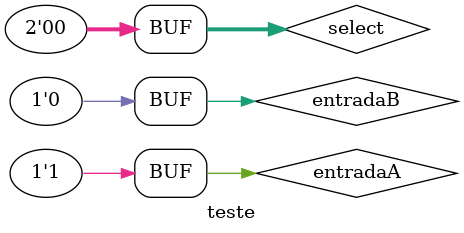
<source format=v>

module OR(output s, input a, input b);
	or O1(s,a,b);
endmodule

module NOR(output s, input a, input b);
	nor O1(s,a,b);
endmodule

module XOR(output s, input a, input b);
	xor O1(s,a,b);
endmodule

module XNOR(output s, input a, input b);
	xnor O1(s,a,b);
endmodule

module LU(output s, input a, input b, input[1:0] select);
	wire or1,nor1,xor1,xnor1;
	reg resultado;
	OR OR1(or1,a,b);
	NOR NOR1(nor1,a,b);
	XOR XOR1(xor1,a,b);
	XNOR XNOR1(xnor1,a,b);
	assign s = (select==0) ? or1 : (select==1) ? nor1 : (select==2) ? xor1 : xnor1;
endmodule

module teste;
	wire saida;
	reg entradaA,entradaB;
	reg[1:0] select;
	LU L1(saida,entradaA,entradaB,select);
	initial begin
		$display("\nWadson Ferreira - 460631\n00=OR 01=NOR 10=XOR 11=XNOR");
		#1 entradaA=1'b0; entradaB=1'b0; select=2'b00;
		   $monitor("%b (%2b) %b = %b",entradaA,select,entradaB,saida);
		#1 entradaA=1'b1; entradaB=1'b0; select=2'b01;
		#1 entradaA=1'b0; entradaB=1'b1; select=2'b10;
		#1 entradaA=1'b1; entradaB=1'b1; select=2'b11;
		#1 entradaA=1'b1; entradaB=1'b1; select=2'b10;
		#1 entradaA=1'b0; entradaB=1'b1; select=2'b11;
		#1 entradaA=1'b1; entradaB=1'b0; select=2'b00;
	end
endmodule

		

</source>
